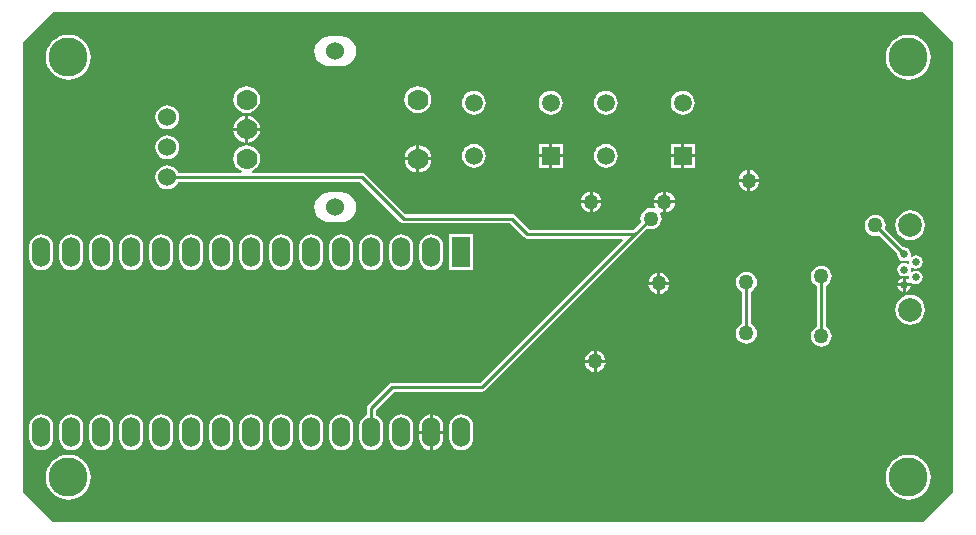
<source format=gbl>
G04 Layer_Physical_Order=2*
G04 Layer_Color=11436288*
%FSLAX25Y25*%
%MOIN*%
G70*
G01*
G75*
%ADD18C,0.01000*%
%ADD19C,0.07000*%
%ADD20C,0.06000*%
%ADD21C,0.05906*%
%ADD22R,0.05906X0.05906*%
%ADD23C,0.13000*%
%ADD24R,0.06000X0.10000*%
%ADD25O,0.06000X0.10000*%
%ADD26C,0.07874*%
%ADD27C,0.02500*%
%ADD28C,0.05000*%
G36*
X510000Y560000D02*
Y410000D01*
X500000Y400000D01*
X210000D01*
X200000Y410000D01*
Y560000D01*
X210000Y570000D01*
X500000D01*
X510000Y560000D01*
D02*
G37*
%LPC*%
G36*
X493100Y481277D02*
X492722Y481201D01*
X491978Y480704D01*
X491481Y479960D01*
X491405Y479582D01*
X493100D01*
Y481277D01*
D02*
G37*
G36*
X495795Y478582D02*
X494100D01*
Y476887D01*
X494478Y476962D01*
X495222Y477460D01*
X495719Y478204D01*
X495795Y478582D01*
D02*
G37*
G36*
X411358Y483106D02*
X410945Y483052D01*
X410093Y482699D01*
X409362Y482138D01*
X408801Y481407D01*
X408448Y480555D01*
X408394Y480142D01*
X411358D01*
Y483106D01*
D02*
G37*
G36*
X206000Y496009D02*
X204962Y495873D01*
X203995Y495472D01*
X203165Y494835D01*
X202528Y494005D01*
X202127Y493038D01*
X201991Y492000D01*
Y488000D01*
X202127Y486962D01*
X202528Y485995D01*
X203165Y485165D01*
X203995Y484528D01*
X204962Y484127D01*
X206000Y483991D01*
X207038Y484127D01*
X208005Y484528D01*
X208835Y485165D01*
X209472Y485995D01*
X209873Y486962D01*
X210009Y488000D01*
Y492000D01*
X209873Y493038D01*
X209472Y494005D01*
X208835Y494835D01*
X208005Y495472D01*
X207038Y495873D01*
X206000Y496009D01*
D02*
G37*
G36*
X412358Y483106D02*
Y480142D01*
X415323D01*
X415268Y480555D01*
X414915Y481407D01*
X414354Y482138D01*
X413623Y482699D01*
X412772Y483052D01*
X412358Y483106D01*
D02*
G37*
G36*
X493100Y478582D02*
X491405D01*
X491481Y478204D01*
X491978Y477460D01*
X492722Y476962D01*
X493100Y476887D01*
Y478582D01*
D02*
G37*
G36*
X441035Y483540D02*
X440128Y483421D01*
X439283Y483071D01*
X438557Y482514D01*
X438000Y481788D01*
X437650Y480943D01*
X437530Y480035D01*
X437650Y479128D01*
X438000Y478283D01*
X438557Y477557D01*
X439283Y477000D01*
X439532Y476897D01*
Y466138D01*
X439283Y466035D01*
X438557Y465478D01*
X438000Y464752D01*
X437650Y463907D01*
X437530Y463000D01*
X437650Y462093D01*
X438000Y461247D01*
X438557Y460522D01*
X439283Y459965D01*
X440128Y459614D01*
X441035Y459495D01*
X441943Y459614D01*
X442788Y459965D01*
X443514Y460522D01*
X444071Y461247D01*
X444421Y462093D01*
X444540Y463000D01*
X444421Y463907D01*
X444071Y464752D01*
X443514Y465478D01*
X442788Y466035D01*
X442539Y466138D01*
Y476897D01*
X442788Y477000D01*
X443514Y477557D01*
X444071Y478283D01*
X444421Y479128D01*
X444540Y480035D01*
X444421Y480943D01*
X444071Y481788D01*
X443514Y482514D01*
X442788Y483071D01*
X441943Y483421D01*
X441035Y483540D01*
D02*
G37*
G36*
X466000Y485505D02*
X465093Y485386D01*
X464248Y485035D01*
X463522Y484478D01*
X462965Y483752D01*
X462614Y482907D01*
X462495Y482000D01*
X462614Y481093D01*
X462965Y480247D01*
X463522Y479522D01*
X464248Y478965D01*
X464496Y478862D01*
Y465138D01*
X464248Y465035D01*
X463522Y464478D01*
X462965Y463753D01*
X462614Y462907D01*
X462495Y462000D01*
X462614Y461093D01*
X462965Y460248D01*
X463522Y459522D01*
X464248Y458965D01*
X465093Y458614D01*
X466000Y458495D01*
X466907Y458614D01*
X467753Y458965D01*
X468478Y459522D01*
X469035Y460248D01*
X469386Y461093D01*
X469505Y462000D01*
X469386Y462907D01*
X469035Y463753D01*
X468478Y464478D01*
X467753Y465035D01*
X467504Y465138D01*
Y478862D01*
X467753Y478965D01*
X468478Y479522D01*
X469035Y480247D01*
X469386Y481093D01*
X469505Y482000D01*
X469386Y482907D01*
X469035Y483752D01*
X468478Y484478D01*
X467753Y485035D01*
X466907Y485386D01*
X466000Y485505D01*
D02*
G37*
G36*
X495626Y475805D02*
X494344Y475636D01*
X493149Y475141D01*
X492123Y474354D01*
X491335Y473328D01*
X490840Y472133D01*
X490672Y470850D01*
X490840Y469568D01*
X491335Y468373D01*
X492123Y467347D01*
X493149Y466560D01*
X494344Y466065D01*
X495626Y465896D01*
X496908Y466065D01*
X498103Y466560D01*
X499129Y467347D01*
X499917Y468373D01*
X500412Y469568D01*
X500580Y470850D01*
X500412Y472133D01*
X499917Y473328D01*
X499129Y474354D01*
X498103Y475141D01*
X496908Y475636D01*
X495626Y475805D01*
D02*
G37*
G36*
X415323Y479142D02*
X412358D01*
Y476177D01*
X412772Y476232D01*
X413623Y476585D01*
X414354Y477146D01*
X414915Y477877D01*
X415268Y478728D01*
X415323Y479142D01*
D02*
G37*
G36*
X411358D02*
X408394D01*
X408448Y478728D01*
X408801Y477877D01*
X409362Y477146D01*
X410093Y476585D01*
X410945Y476232D01*
X411358Y476177D01*
Y479142D01*
D02*
G37*
G36*
X286000Y496009D02*
X284962Y495873D01*
X283995Y495472D01*
X283165Y494835D01*
X282528Y494005D01*
X282127Y493038D01*
X281991Y492000D01*
Y488000D01*
X282127Y486962D01*
X282528Y485995D01*
X283165Y485165D01*
X283995Y484528D01*
X284962Y484127D01*
X286000Y483991D01*
X287038Y484127D01*
X288005Y484528D01*
X288835Y485165D01*
X289472Y485995D01*
X289873Y486962D01*
X290009Y488000D01*
Y492000D01*
X289873Y493038D01*
X289472Y494005D01*
X288835Y494835D01*
X288005Y495472D01*
X287038Y495873D01*
X286000Y496009D01*
D02*
G37*
G36*
X276000D02*
X274962Y495873D01*
X273995Y495472D01*
X273165Y494835D01*
X272528Y494005D01*
X272127Y493038D01*
X271991Y492000D01*
Y488000D01*
X272127Y486962D01*
X272528Y485995D01*
X273165Y485165D01*
X273995Y484528D01*
X274962Y484127D01*
X276000Y483991D01*
X277038Y484127D01*
X278005Y484528D01*
X278835Y485165D01*
X279472Y485995D01*
X279873Y486962D01*
X280009Y488000D01*
Y492000D01*
X279873Y493038D01*
X279472Y494005D01*
X278835Y494835D01*
X278005Y495472D01*
X277038Y495873D01*
X276000Y496009D01*
D02*
G37*
G36*
X296000D02*
X294962Y495873D01*
X293995Y495472D01*
X293165Y494835D01*
X292528Y494005D01*
X292127Y493038D01*
X291991Y492000D01*
Y488000D01*
X292127Y486962D01*
X292528Y485995D01*
X293165Y485165D01*
X293995Y484528D01*
X294962Y484127D01*
X296000Y483991D01*
X297038Y484127D01*
X298005Y484528D01*
X298835Y485165D01*
X299472Y485995D01*
X299873Y486962D01*
X300009Y488000D01*
Y492000D01*
X299873Y493038D01*
X299472Y494005D01*
X298835Y494835D01*
X298005Y495472D01*
X297038Y495873D01*
X296000Y496009D01*
D02*
G37*
G36*
X316000D02*
X314962Y495873D01*
X313995Y495472D01*
X313165Y494835D01*
X312528Y494005D01*
X312127Y493038D01*
X311991Y492000D01*
Y488000D01*
X312127Y486962D01*
X312528Y485995D01*
X313165Y485165D01*
X313995Y484528D01*
X314962Y484127D01*
X316000Y483991D01*
X317038Y484127D01*
X318005Y484528D01*
X318835Y485165D01*
X319472Y485995D01*
X319873Y486962D01*
X320009Y488000D01*
Y492000D01*
X319873Y493038D01*
X319472Y494005D01*
X318835Y494835D01*
X318005Y495472D01*
X317038Y495873D01*
X316000Y496009D01*
D02*
G37*
G36*
X306000D02*
X304962Y495873D01*
X303995Y495472D01*
X303165Y494835D01*
X302528Y494005D01*
X302127Y493038D01*
X301991Y492000D01*
Y488000D01*
X302127Y486962D01*
X302528Y485995D01*
X303165Y485165D01*
X303995Y484528D01*
X304962Y484127D01*
X306000Y483991D01*
X307038Y484127D01*
X308005Y484528D01*
X308835Y485165D01*
X309472Y485995D01*
X309873Y486962D01*
X310009Y488000D01*
Y492000D01*
X309873Y493038D01*
X309472Y494005D01*
X308835Y494835D01*
X308005Y495472D01*
X307038Y495873D01*
X306000Y496009D01*
D02*
G37*
G36*
X266000D02*
X264962Y495873D01*
X263995Y495472D01*
X263165Y494835D01*
X262528Y494005D01*
X262127Y493038D01*
X261991Y492000D01*
Y488000D01*
X262127Y486962D01*
X262528Y485995D01*
X263165Y485165D01*
X263995Y484528D01*
X264962Y484127D01*
X266000Y483991D01*
X267038Y484127D01*
X268005Y484528D01*
X268835Y485165D01*
X269472Y485995D01*
X269873Y486962D01*
X270009Y488000D01*
Y492000D01*
X269873Y493038D01*
X269472Y494005D01*
X268835Y494835D01*
X268005Y495472D01*
X267038Y495873D01*
X266000Y496009D01*
D02*
G37*
G36*
X226000D02*
X224962Y495873D01*
X223995Y495472D01*
X223165Y494835D01*
X222528Y494005D01*
X222127Y493038D01*
X221991Y492000D01*
Y488000D01*
X222127Y486962D01*
X222528Y485995D01*
X223165Y485165D01*
X223995Y484528D01*
X224962Y484127D01*
X226000Y483991D01*
X227038Y484127D01*
X228005Y484528D01*
X228835Y485165D01*
X229472Y485995D01*
X229873Y486962D01*
X230009Y488000D01*
Y492000D01*
X229873Y493038D01*
X229472Y494005D01*
X228835Y494835D01*
X228005Y495472D01*
X227038Y495873D01*
X226000Y496009D01*
D02*
G37*
G36*
X216000D02*
X214962Y495873D01*
X213995Y495472D01*
X213165Y494835D01*
X212528Y494005D01*
X212127Y493038D01*
X211991Y492000D01*
Y488000D01*
X212127Y486962D01*
X212528Y485995D01*
X213165Y485165D01*
X213995Y484528D01*
X214962Y484127D01*
X216000Y483991D01*
X217038Y484127D01*
X218005Y484528D01*
X218835Y485165D01*
X219472Y485995D01*
X219873Y486962D01*
X220009Y488000D01*
Y492000D01*
X219873Y493038D01*
X219472Y494005D01*
X218835Y494835D01*
X218005Y495472D01*
X217038Y495873D01*
X216000Y496009D01*
D02*
G37*
G36*
X236000D02*
X234962Y495873D01*
X233995Y495472D01*
X233165Y494835D01*
X232528Y494005D01*
X232127Y493038D01*
X231991Y492000D01*
Y488000D01*
X232127Y486962D01*
X232528Y485995D01*
X233165Y485165D01*
X233995Y484528D01*
X234962Y484127D01*
X236000Y483991D01*
X237038Y484127D01*
X238005Y484528D01*
X238835Y485165D01*
X239472Y485995D01*
X239873Y486962D01*
X240009Y488000D01*
Y492000D01*
X239873Y493038D01*
X239472Y494005D01*
X238835Y494835D01*
X238005Y495472D01*
X237038Y495873D01*
X236000Y496009D01*
D02*
G37*
G36*
X256000D02*
X254962Y495873D01*
X253995Y495472D01*
X253165Y494835D01*
X252528Y494005D01*
X252127Y493038D01*
X251991Y492000D01*
Y488000D01*
X252127Y486962D01*
X252528Y485995D01*
X253165Y485165D01*
X253995Y484528D01*
X254962Y484127D01*
X256000Y483991D01*
X257038Y484127D01*
X258005Y484528D01*
X258835Y485165D01*
X259472Y485995D01*
X259873Y486962D01*
X260009Y488000D01*
Y492000D01*
X259873Y493038D01*
X259472Y494005D01*
X258835Y494835D01*
X258005Y495472D01*
X257038Y495873D01*
X256000Y496009D01*
D02*
G37*
G36*
X246000D02*
X244962Y495873D01*
X243995Y495472D01*
X243165Y494835D01*
X242528Y494005D01*
X242127Y493038D01*
X241991Y492000D01*
Y488000D01*
X242127Y486962D01*
X242528Y485995D01*
X243165Y485165D01*
X243995Y484528D01*
X244962Y484127D01*
X246000Y483991D01*
X247038Y484127D01*
X248005Y484528D01*
X248835Y485165D01*
X249472Y485995D01*
X249873Y486962D01*
X250009Y488000D01*
Y492000D01*
X249873Y493038D01*
X249472Y494005D01*
X248835Y494835D01*
X248005Y495472D01*
X247038Y495873D01*
X246000Y496009D01*
D02*
G37*
G36*
X391142Y457106D02*
Y454142D01*
X394106D01*
X394052Y454556D01*
X393699Y455407D01*
X393138Y456138D01*
X392407Y456699D01*
X391556Y457052D01*
X391142Y457106D01*
D02*
G37*
G36*
X256000Y436009D02*
X254962Y435873D01*
X253995Y435472D01*
X253165Y434835D01*
X252528Y434005D01*
X252127Y433038D01*
X251991Y432000D01*
Y428000D01*
X252127Y426962D01*
X252528Y425995D01*
X253165Y425165D01*
X253995Y424528D01*
X254962Y424127D01*
X256000Y423991D01*
X257038Y424127D01*
X258005Y424528D01*
X258835Y425165D01*
X259472Y425995D01*
X259873Y426962D01*
X260009Y428000D01*
Y432000D01*
X259873Y433038D01*
X259472Y434005D01*
X258835Y434835D01*
X258005Y435472D01*
X257038Y435873D01*
X256000Y436009D01*
D02*
G37*
G36*
X246000D02*
X244962Y435873D01*
X243995Y435472D01*
X243165Y434835D01*
X242528Y434005D01*
X242127Y433038D01*
X241991Y432000D01*
Y428000D01*
X242127Y426962D01*
X242528Y425995D01*
X243165Y425165D01*
X243995Y424528D01*
X244962Y424127D01*
X246000Y423991D01*
X247038Y424127D01*
X248005Y424528D01*
X248835Y425165D01*
X249472Y425995D01*
X249873Y426962D01*
X250009Y428000D01*
Y432000D01*
X249873Y433038D01*
X249472Y434005D01*
X248835Y434835D01*
X248005Y435472D01*
X247038Y435873D01*
X246000Y436009D01*
D02*
G37*
G36*
X266000D02*
X264962Y435873D01*
X263995Y435472D01*
X263165Y434835D01*
X262528Y434005D01*
X262127Y433038D01*
X261991Y432000D01*
Y428000D01*
X262127Y426962D01*
X262528Y425995D01*
X263165Y425165D01*
X263995Y424528D01*
X264962Y424127D01*
X266000Y423991D01*
X267038Y424127D01*
X268005Y424528D01*
X268835Y425165D01*
X269472Y425995D01*
X269873Y426962D01*
X270009Y428000D01*
Y432000D01*
X269873Y433038D01*
X269472Y434005D01*
X268835Y434835D01*
X268005Y435472D01*
X267038Y435873D01*
X266000Y436009D01*
D02*
G37*
G36*
X286000D02*
X284962Y435873D01*
X283995Y435472D01*
X283165Y434835D01*
X282528Y434005D01*
X282127Y433038D01*
X281991Y432000D01*
Y428000D01*
X282127Y426962D01*
X282528Y425995D01*
X283165Y425165D01*
X283995Y424528D01*
X284962Y424127D01*
X286000Y423991D01*
X287038Y424127D01*
X288005Y424528D01*
X288835Y425165D01*
X289472Y425995D01*
X289873Y426962D01*
X290009Y428000D01*
Y432000D01*
X289873Y433038D01*
X289472Y434005D01*
X288835Y434835D01*
X288005Y435472D01*
X287038Y435873D01*
X286000Y436009D01*
D02*
G37*
G36*
X276000D02*
X274962Y435873D01*
X273995Y435472D01*
X273165Y434835D01*
X272528Y434005D01*
X272127Y433038D01*
X271991Y432000D01*
Y428000D01*
X272127Y426962D01*
X272528Y425995D01*
X273165Y425165D01*
X273995Y424528D01*
X274962Y424127D01*
X276000Y423991D01*
X277038Y424127D01*
X278005Y424528D01*
X278835Y425165D01*
X279472Y425995D01*
X279873Y426962D01*
X280009Y428000D01*
Y432000D01*
X279873Y433038D01*
X279472Y434005D01*
X278835Y434835D01*
X278005Y435472D01*
X277038Y435873D01*
X276000Y436009D01*
D02*
G37*
G36*
X236000D02*
X234962Y435873D01*
X233995Y435472D01*
X233165Y434835D01*
X232528Y434005D01*
X232127Y433038D01*
X231991Y432000D01*
Y428000D01*
X232127Y426962D01*
X232528Y425995D01*
X233165Y425165D01*
X233995Y424528D01*
X234962Y424127D01*
X236000Y423991D01*
X237038Y424127D01*
X238005Y424528D01*
X238835Y425165D01*
X239472Y425995D01*
X239873Y426962D01*
X240009Y428000D01*
Y432000D01*
X239873Y433038D01*
X239472Y434005D01*
X238835Y434835D01*
X238005Y435472D01*
X237038Y435873D01*
X236000Y436009D01*
D02*
G37*
G36*
X495000Y422511D02*
X493535Y422367D01*
X492126Y421939D01*
X490827Y421245D01*
X489689Y420311D01*
X488755Y419173D01*
X488061Y417874D01*
X487633Y416465D01*
X487489Y415000D01*
X487633Y413535D01*
X488061Y412126D01*
X488755Y410827D01*
X489689Y409689D01*
X490827Y408755D01*
X492126Y408061D01*
X493535Y407633D01*
X495000Y407489D01*
X496465Y407633D01*
X497874Y408061D01*
X499173Y408755D01*
X500311Y409689D01*
X501245Y410827D01*
X501939Y412126D01*
X502367Y413535D01*
X502511Y415000D01*
X502367Y416465D01*
X501939Y417874D01*
X501245Y419173D01*
X500311Y420311D01*
X499173Y421245D01*
X497874Y421939D01*
X496465Y422367D01*
X495000Y422511D01*
D02*
G37*
G36*
X215000D02*
X213535Y422367D01*
X212126Y421939D01*
X210827Y421245D01*
X209689Y420311D01*
X208755Y419173D01*
X208061Y417874D01*
X207633Y416465D01*
X207489Y415000D01*
X207633Y413535D01*
X208061Y412126D01*
X208755Y410827D01*
X209689Y409689D01*
X210827Y408755D01*
X212126Y408061D01*
X213535Y407633D01*
X215000Y407489D01*
X216465Y407633D01*
X217874Y408061D01*
X219173Y408755D01*
X220311Y409689D01*
X221245Y410827D01*
X221939Y412126D01*
X222367Y413535D01*
X222511Y415000D01*
X222367Y416465D01*
X221939Y417874D01*
X221245Y419173D01*
X220311Y420311D01*
X219173Y421245D01*
X217874Y421939D01*
X216465Y422367D01*
X215000Y422511D01*
D02*
G37*
G36*
X206000Y436009D02*
X204962Y435873D01*
X203995Y435472D01*
X203165Y434835D01*
X202528Y434005D01*
X202127Y433038D01*
X201991Y432000D01*
Y428000D01*
X202127Y426962D01*
X202528Y425995D01*
X203165Y425165D01*
X203995Y424528D01*
X204962Y424127D01*
X206000Y423991D01*
X207038Y424127D01*
X208005Y424528D01*
X208835Y425165D01*
X209472Y425995D01*
X209873Y426962D01*
X210009Y428000D01*
Y432000D01*
X209873Y433038D01*
X209472Y434005D01*
X208835Y434835D01*
X208005Y435472D01*
X207038Y435873D01*
X206000Y436009D01*
D02*
G37*
G36*
X226000D02*
X224962Y435873D01*
X223995Y435472D01*
X223165Y434835D01*
X222528Y434005D01*
X222127Y433038D01*
X221991Y432000D01*
Y428000D01*
X222127Y426962D01*
X222528Y425995D01*
X223165Y425165D01*
X223995Y424528D01*
X224962Y424127D01*
X226000Y423991D01*
X227038Y424127D01*
X228005Y424528D01*
X228835Y425165D01*
X229472Y425995D01*
X229873Y426962D01*
X230009Y428000D01*
Y432000D01*
X229873Y433038D01*
X229472Y434005D01*
X228835Y434835D01*
X228005Y435472D01*
X227038Y435873D01*
X226000Y436009D01*
D02*
G37*
G36*
X216000D02*
X214962Y435873D01*
X213995Y435472D01*
X213165Y434835D01*
X212528Y434005D01*
X212127Y433038D01*
X211991Y432000D01*
Y428000D01*
X212127Y426962D01*
X212528Y425995D01*
X213165Y425165D01*
X213995Y424528D01*
X214962Y424127D01*
X216000Y423991D01*
X217038Y424127D01*
X218005Y424528D01*
X218835Y425165D01*
X219472Y425995D01*
X219873Y426962D01*
X220009Y428000D01*
Y432000D01*
X219873Y433038D01*
X219472Y434005D01*
X218835Y434835D01*
X218005Y435472D01*
X217038Y435873D01*
X216000Y436009D01*
D02*
G37*
G36*
X336500Y435969D02*
Y430500D01*
X340035D01*
Y432000D01*
X339897Y433044D01*
X339494Y434017D01*
X338853Y434853D01*
X338017Y435494D01*
X337044Y435897D01*
X336500Y435969D01*
D02*
G37*
G36*
X335500D02*
X334956Y435897D01*
X333983Y435494D01*
X333147Y434853D01*
X332506Y434017D01*
X332103Y433044D01*
X331965Y432000D01*
Y430500D01*
X335500D01*
Y435969D01*
D02*
G37*
G36*
X390142Y453142D02*
X387177D01*
X387232Y452728D01*
X387585Y451877D01*
X388146Y451146D01*
X388877Y450585D01*
X389728Y450232D01*
X390142Y450177D01*
Y453142D01*
D02*
G37*
G36*
Y457106D02*
X389728Y457052D01*
X388877Y456699D01*
X388146Y456138D01*
X387585Y455407D01*
X387232Y454556D01*
X387177Y454142D01*
X390142D01*
Y457106D01*
D02*
G37*
G36*
X394106Y453142D02*
X391142D01*
Y450177D01*
X391556Y450232D01*
X392407Y450585D01*
X393138Y451146D01*
X393699Y451877D01*
X394052Y452728D01*
X394106Y453142D01*
D02*
G37*
G36*
X340035Y429500D02*
X336500D01*
Y424031D01*
X337044Y424103D01*
X338017Y424506D01*
X338853Y425147D01*
X339494Y425983D01*
X339897Y426956D01*
X340035Y428000D01*
Y429500D01*
D02*
G37*
G36*
X306000Y436009D02*
X304962Y435873D01*
X303995Y435472D01*
X303165Y434835D01*
X302528Y434005D01*
X302127Y433038D01*
X301991Y432000D01*
Y428000D01*
X302127Y426962D01*
X302528Y425995D01*
X303165Y425165D01*
X303995Y424528D01*
X304962Y424127D01*
X306000Y423991D01*
X307038Y424127D01*
X308005Y424528D01*
X308835Y425165D01*
X309472Y425995D01*
X309873Y426962D01*
X310009Y428000D01*
Y432000D01*
X309873Y433038D01*
X309472Y434005D01*
X308835Y434835D01*
X308005Y435472D01*
X307038Y435873D01*
X306000Y436009D01*
D02*
G37*
G36*
X296000D02*
X294962Y435873D01*
X293995Y435472D01*
X293165Y434835D01*
X292528Y434005D01*
X292127Y433038D01*
X291991Y432000D01*
Y428000D01*
X292127Y426962D01*
X292528Y425995D01*
X293165Y425165D01*
X293995Y424528D01*
X294962Y424127D01*
X296000Y423991D01*
X297038Y424127D01*
X298005Y424528D01*
X298835Y425165D01*
X299472Y425995D01*
X299873Y426962D01*
X300009Y428000D01*
Y432000D01*
X299873Y433038D01*
X299472Y434005D01*
X298835Y434835D01*
X298005Y435472D01*
X297038Y435873D01*
X296000Y436009D01*
D02*
G37*
G36*
X326000D02*
X324962Y435873D01*
X323995Y435472D01*
X323165Y434835D01*
X322528Y434005D01*
X322127Y433038D01*
X321991Y432000D01*
Y428000D01*
X322127Y426962D01*
X322528Y425995D01*
X323165Y425165D01*
X323995Y424528D01*
X324962Y424127D01*
X326000Y423991D01*
X327038Y424127D01*
X328005Y424528D01*
X328835Y425165D01*
X329472Y425995D01*
X329873Y426962D01*
X330009Y428000D01*
Y432000D01*
X329873Y433038D01*
X329472Y434005D01*
X328835Y434835D01*
X328005Y435472D01*
X327038Y435873D01*
X326000Y436009D01*
D02*
G37*
G36*
X335500Y429500D02*
X331965D01*
Y428000D01*
X332103Y426956D01*
X332506Y425983D01*
X333147Y425147D01*
X333983Y424506D01*
X334956Y424103D01*
X335500Y424031D01*
Y429500D01*
D02*
G37*
G36*
X346000Y436009D02*
X344962Y435873D01*
X343995Y435472D01*
X343165Y434835D01*
X342528Y434005D01*
X342127Y433038D01*
X341991Y432000D01*
Y428000D01*
X342127Y426962D01*
X342528Y425995D01*
X343165Y425165D01*
X343995Y424528D01*
X344962Y424127D01*
X346000Y423991D01*
X347038Y424127D01*
X348005Y424528D01*
X348835Y425165D01*
X349472Y425995D01*
X349873Y426962D01*
X350009Y428000D01*
Y432000D01*
X349873Y433038D01*
X349472Y434005D01*
X348835Y434835D01*
X348005Y435472D01*
X347038Y435873D01*
X346000Y436009D01*
D02*
G37*
G36*
X326000Y496009D02*
X324962Y495873D01*
X323995Y495472D01*
X323165Y494835D01*
X322528Y494005D01*
X322127Y493038D01*
X321991Y492000D01*
Y488000D01*
X322127Y486962D01*
X322528Y485995D01*
X323165Y485165D01*
X323995Y484528D01*
X324962Y484127D01*
X326000Y483991D01*
X327038Y484127D01*
X328005Y484528D01*
X328835Y485165D01*
X329472Y485995D01*
X329873Y486962D01*
X330009Y488000D01*
Y492000D01*
X329873Y493038D01*
X329472Y494005D01*
X328835Y494835D01*
X328005Y495472D01*
X327038Y495873D01*
X326000Y496009D01*
D02*
G37*
G36*
X375295Y526094D02*
X371843D01*
Y522642D01*
X375295D01*
Y526094D01*
D02*
G37*
G36*
X423748Y526094D02*
X420295D01*
Y522642D01*
X423748D01*
Y526094D01*
D02*
G37*
G36*
X379748Y526094D02*
X376295D01*
Y522642D01*
X379748D01*
Y526094D01*
D02*
G37*
G36*
X278945Y530500D02*
X274972D01*
Y526527D01*
X275647Y526616D01*
X276742Y527069D01*
X277682Y527791D01*
X278403Y528731D01*
X278857Y529825D01*
X278945Y530500D01*
D02*
G37*
G36*
X273972D02*
X269999D01*
X270088Y529825D01*
X270542Y528731D01*
X271263Y527791D01*
X272203Y527069D01*
X273298Y526616D01*
X273972Y526527D01*
Y530500D01*
D02*
G37*
G36*
X419295Y526094D02*
X415842D01*
Y522642D01*
X419295D01*
Y526094D01*
D02*
G37*
G36*
X379748Y521642D02*
X376295D01*
Y518189D01*
X379748D01*
Y521642D01*
D02*
G37*
G36*
X375295D02*
X371843D01*
Y518189D01*
X375295D01*
Y521642D01*
D02*
G37*
G36*
X248000Y529009D02*
X246962Y528873D01*
X245995Y528472D01*
X245165Y527835D01*
X244528Y527005D01*
X244127Y526038D01*
X243991Y525000D01*
X244127Y523962D01*
X244528Y522995D01*
X245165Y522165D01*
X245995Y521528D01*
X246962Y521127D01*
X248000Y520991D01*
X249038Y521127D01*
X250005Y521528D01*
X250835Y522165D01*
X251472Y522995D01*
X251873Y523962D01*
X252009Y525000D01*
X251873Y526038D01*
X251472Y527005D01*
X250835Y527835D01*
X250005Y528472D01*
X249038Y528873D01*
X248000Y529009D01*
D02*
G37*
G36*
X332059Y525631D02*
Y521658D01*
X336032D01*
X335943Y522332D01*
X335490Y523427D01*
X334769Y524367D01*
X333828Y525088D01*
X332734Y525542D01*
X332059Y525631D01*
D02*
G37*
G36*
X331059D02*
X330384Y525542D01*
X329290Y525088D01*
X328350Y524367D01*
X327628Y523427D01*
X327175Y522332D01*
X327086Y521658D01*
X331059D01*
Y525631D01*
D02*
G37*
G36*
X248000Y539009D02*
X246962Y538873D01*
X245995Y538472D01*
X245165Y537835D01*
X244528Y537005D01*
X244127Y536038D01*
X243991Y535000D01*
X244127Y533962D01*
X244528Y532995D01*
X245165Y532165D01*
X245995Y531528D01*
X246962Y531127D01*
X248000Y530991D01*
X249038Y531127D01*
X250005Y531528D01*
X250835Y532165D01*
X251472Y532995D01*
X251873Y533962D01*
X252009Y535000D01*
X251873Y536038D01*
X251472Y537005D01*
X250835Y537835D01*
X250005Y538472D01*
X249038Y538873D01*
X248000Y539009D01*
D02*
G37*
G36*
X331559Y545356D02*
X330391Y545202D01*
X329302Y544751D01*
X328367Y544034D01*
X327650Y543099D01*
X327199Y542011D01*
X327045Y540842D01*
X327199Y539674D01*
X327650Y538586D01*
X328367Y537651D01*
X329302Y536934D01*
X330391Y536483D01*
X331559Y536329D01*
X332727Y536483D01*
X333816Y536934D01*
X334751Y537651D01*
X335468Y538586D01*
X335919Y539674D01*
X336073Y540842D01*
X335919Y542011D01*
X335468Y543099D01*
X334751Y544034D01*
X333816Y544751D01*
X332727Y545202D01*
X331559Y545356D01*
D02*
G37*
G36*
X274472D02*
X273304Y545202D01*
X272216Y544751D01*
X271281Y544034D01*
X270564Y543099D01*
X270113Y542011D01*
X269959Y540842D01*
X270113Y539674D01*
X270564Y538586D01*
X271281Y537651D01*
X272216Y536934D01*
X273304Y536483D01*
X274472Y536329D01*
X275641Y536483D01*
X276729Y536934D01*
X277664Y537651D01*
X278381Y538586D01*
X278832Y539674D01*
X278986Y540842D01*
X278832Y542011D01*
X278381Y543099D01*
X277664Y544034D01*
X276729Y544751D01*
X275641Y545202D01*
X274472Y545356D01*
D02*
G37*
G36*
X215000Y562511D02*
X213535Y562367D01*
X212126Y561939D01*
X210827Y561245D01*
X209689Y560311D01*
X208755Y559173D01*
X208061Y557874D01*
X207633Y556465D01*
X207489Y555000D01*
X207633Y553535D01*
X208061Y552126D01*
X208755Y550827D01*
X209689Y549689D01*
X210827Y548755D01*
X212126Y548061D01*
X213535Y547633D01*
X215000Y547489D01*
X216465Y547633D01*
X217874Y548061D01*
X219173Y548755D01*
X220311Y549689D01*
X221245Y550827D01*
X221939Y552126D01*
X222367Y553535D01*
X222511Y555000D01*
X222367Y556465D01*
X221939Y557874D01*
X221245Y559173D01*
X220311Y560311D01*
X219173Y561245D01*
X217874Y561939D01*
X216465Y562367D01*
X215000Y562511D01*
D02*
G37*
G36*
X305968Y561939D02*
X302031D01*
X300749Y561770D01*
X299554Y561275D01*
X298528Y560488D01*
X297741Y559461D01*
X297246Y558266D01*
X297077Y556984D01*
X297246Y555702D01*
X297741Y554507D01*
X298528Y553481D01*
X299554Y552694D01*
X300749Y552199D01*
X302031Y552030D01*
X305968D01*
X307251Y552199D01*
X308446Y552694D01*
X309472Y553481D01*
X310259Y554507D01*
X310754Y555702D01*
X310923Y556984D01*
X310754Y558266D01*
X310259Y559461D01*
X309472Y560488D01*
X308446Y561275D01*
X307251Y561770D01*
X305968Y561939D01*
D02*
G37*
G36*
X495000Y562511D02*
X493535Y562367D01*
X492126Y561939D01*
X490827Y561245D01*
X489689Y560311D01*
X488755Y559173D01*
X488061Y557874D01*
X487633Y556465D01*
X487489Y555000D01*
X487633Y553535D01*
X488061Y552126D01*
X488755Y550827D01*
X489689Y549689D01*
X490827Y548755D01*
X492126Y548061D01*
X493535Y547633D01*
X495000Y547489D01*
X496465Y547633D01*
X497874Y548061D01*
X499173Y548755D01*
X500311Y549689D01*
X501245Y550827D01*
X501939Y552126D01*
X502367Y553535D01*
X502511Y555000D01*
X502367Y556465D01*
X501939Y557874D01*
X501245Y559173D01*
X500311Y560311D01*
X499173Y561245D01*
X497874Y561939D01*
X496465Y562367D01*
X495000Y562511D01*
D02*
G37*
G36*
X419795Y543820D02*
X418770Y543685D01*
X417814Y543289D01*
X416994Y542660D01*
X416364Y541839D01*
X415969Y540884D01*
X415834Y539858D01*
X415969Y538833D01*
X416364Y537878D01*
X416994Y537057D01*
X417814Y536427D01*
X418770Y536032D01*
X419795Y535897D01*
X420821Y536032D01*
X421776Y536427D01*
X422597Y537057D01*
X423226Y537878D01*
X423622Y538833D01*
X423757Y539858D01*
X423622Y540884D01*
X423226Y541839D01*
X422597Y542660D01*
X421776Y543289D01*
X420821Y543685D01*
X419795Y543820D01*
D02*
G37*
G36*
X274972Y535473D02*
Y531500D01*
X278945D01*
X278857Y532175D01*
X278403Y533269D01*
X277682Y534209D01*
X276742Y534931D01*
X275647Y535384D01*
X274972Y535473D01*
D02*
G37*
G36*
X273972D02*
X273298Y535384D01*
X272203Y534931D01*
X271263Y534209D01*
X270542Y533269D01*
X270088Y532175D01*
X269999Y531500D01*
X273972D01*
Y535473D01*
D02*
G37*
G36*
X350205Y543820D02*
X349179Y543685D01*
X348224Y543289D01*
X347404Y542660D01*
X346774Y541839D01*
X346378Y540884D01*
X346243Y539858D01*
X346378Y538833D01*
X346774Y537877D01*
X347404Y537057D01*
X348224Y536427D01*
X349179Y536031D01*
X350205Y535897D01*
X351230Y536031D01*
X352186Y536427D01*
X353006Y537057D01*
X353636Y537877D01*
X354031Y538833D01*
X354166Y539858D01*
X354031Y540884D01*
X353636Y541839D01*
X353006Y542660D01*
X352186Y543289D01*
X351230Y543685D01*
X350205Y543820D01*
D02*
G37*
G36*
X394205Y543820D02*
X393179Y543685D01*
X392224Y543289D01*
X391403Y542660D01*
X390774Y541839D01*
X390378Y540884D01*
X390243Y539858D01*
X390378Y538833D01*
X390774Y537878D01*
X391403Y537057D01*
X392224Y536427D01*
X393179Y536032D01*
X394205Y535897D01*
X395230Y536032D01*
X396185Y536427D01*
X397006Y537057D01*
X397636Y537878D01*
X398031Y538833D01*
X398166Y539858D01*
X398031Y540884D01*
X397636Y541839D01*
X397006Y542660D01*
X396185Y543289D01*
X395230Y543685D01*
X394205Y543820D01*
D02*
G37*
G36*
X375795Y543820D02*
X374770Y543685D01*
X373815Y543289D01*
X372994Y542660D01*
X372364Y541839D01*
X371969Y540884D01*
X371834Y539858D01*
X371969Y538833D01*
X372364Y537877D01*
X372994Y537057D01*
X373815Y536427D01*
X374770Y536031D01*
X375795Y535897D01*
X376821Y536031D01*
X377776Y536427D01*
X378597Y537057D01*
X379226Y537877D01*
X379622Y538833D01*
X379757Y539858D01*
X379622Y540884D01*
X379226Y541839D01*
X378597Y542660D01*
X377776Y543289D01*
X376821Y543685D01*
X375795Y543820D01*
D02*
G37*
G36*
X417208Y506256D02*
X414244D01*
Y503292D01*
X414658Y503346D01*
X415509Y503699D01*
X416240Y504260D01*
X416801Y504991D01*
X417154Y505842D01*
X417208Y506256D01*
D02*
G37*
G36*
X392720D02*
X389756D01*
Y503292D01*
X390170Y503346D01*
X391021Y503699D01*
X391752Y504260D01*
X392313Y504991D01*
X392666Y505842D01*
X392720Y506256D01*
D02*
G37*
G36*
X388756Y510220D02*
X388342Y510166D01*
X387491Y509813D01*
X386760Y509252D01*
X386199Y508521D01*
X385846Y507670D01*
X385792Y507256D01*
X388756D01*
Y510220D01*
D02*
G37*
G36*
X413244D02*
X412830Y510166D01*
X411979Y509813D01*
X411248Y509252D01*
X410687Y508521D01*
X410334Y507670D01*
X410280Y507256D01*
X413244D01*
Y510220D01*
D02*
G37*
G36*
X389756D02*
Y507256D01*
X392720D01*
X392666Y507670D01*
X392313Y508521D01*
X391752Y509252D01*
X391021Y509813D01*
X390170Y510166D01*
X389756Y510220D01*
D02*
G37*
G36*
X388756Y506256D02*
X385792D01*
X385846Y505842D01*
X386199Y504991D01*
X386760Y504260D01*
X387491Y503699D01*
X388342Y503346D01*
X388756Y503292D01*
Y506256D01*
D02*
G37*
G36*
X349975Y495975D02*
X342025D01*
Y484025D01*
X349975D01*
Y495975D01*
D02*
G37*
G36*
X336000Y496009D02*
X334962Y495873D01*
X333995Y495472D01*
X333165Y494835D01*
X332528Y494005D01*
X332127Y493038D01*
X331991Y492000D01*
Y488000D01*
X332127Y486962D01*
X332528Y485995D01*
X333165Y485165D01*
X333995Y484528D01*
X334962Y484127D01*
X336000Y483991D01*
X337038Y484127D01*
X338005Y484528D01*
X338835Y485165D01*
X339472Y485995D01*
X339873Y486962D01*
X340009Y488000D01*
Y492000D01*
X339873Y493038D01*
X339472Y494005D01*
X338835Y494835D01*
X338005Y495472D01*
X337038Y495873D01*
X336000Y496009D01*
D02*
G37*
G36*
X484000Y502423D02*
X483093Y502304D01*
X482247Y501954D01*
X481522Y501397D01*
X480965Y500671D01*
X480614Y499825D01*
X480495Y498918D01*
X480614Y498011D01*
X480965Y497166D01*
X481522Y496440D01*
X482247Y495883D01*
X483093Y495533D01*
X484000Y495413D01*
X484907Y495533D01*
X485156Y495636D01*
X491355Y489436D01*
X491331Y489318D01*
X491504Y488450D01*
X491996Y487714D01*
X492732Y487222D01*
X493600Y487049D01*
X494468Y487222D01*
X494909Y487517D01*
X495359Y487216D01*
X495268Y486759D01*
X495359Y486302D01*
X494909Y486001D01*
X494468Y486296D01*
X493600Y486469D01*
X492732Y486296D01*
X491996Y485804D01*
X491504Y485068D01*
X491331Y484200D01*
X491504Y483332D01*
X491996Y482596D01*
X492732Y482104D01*
X493600Y481931D01*
X494468Y482104D01*
X494909Y482399D01*
X495359Y482098D01*
X495268Y481641D01*
X495353Y481218D01*
X494903Y480918D01*
X494478Y481201D01*
X494100Y481277D01*
Y479582D01*
X495900D01*
X496257Y479820D01*
X496669Y479545D01*
X497537Y479372D01*
X498405Y479545D01*
X499141Y480037D01*
X499633Y480773D01*
X499806Y481641D01*
X499633Y482509D01*
X499141Y483245D01*
X498405Y483737D01*
X497537Y483910D01*
X496669Y483737D01*
X496228Y483442D01*
X495778Y483743D01*
X495869Y484200D01*
X495778Y484657D01*
X496228Y484958D01*
X496669Y484663D01*
X497537Y484490D01*
X498405Y484663D01*
X499141Y485155D01*
X499633Y485891D01*
X499806Y486759D01*
X499633Y487627D01*
X499141Y488363D01*
X498405Y488855D01*
X497537Y489028D01*
X496669Y488855D01*
X496228Y488560D01*
X495778Y488861D01*
X495869Y489318D01*
X495696Y490186D01*
X495204Y490922D01*
X494468Y491414D01*
X493600Y491587D01*
X493482Y491563D01*
X487283Y497762D01*
X487386Y498011D01*
X487505Y498918D01*
X487386Y499825D01*
X487035Y500671D01*
X486478Y501397D01*
X485752Y501954D01*
X484907Y502304D01*
X484000Y502423D01*
D02*
G37*
G36*
X305968Y509970D02*
X302031D01*
X300749Y509801D01*
X299554Y509306D01*
X298528Y508519D01*
X297741Y507493D01*
X297246Y506298D01*
X297077Y505016D01*
X297246Y503733D01*
X297741Y502539D01*
X298528Y501512D01*
X299554Y500725D01*
X300749Y500230D01*
X302031Y500061D01*
X305968D01*
X307251Y500230D01*
X308446Y500725D01*
X309472Y501512D01*
X310259Y502539D01*
X310754Y503733D01*
X310923Y505016D01*
X310754Y506298D01*
X310259Y507493D01*
X309472Y508519D01*
X308446Y509306D01*
X307251Y509801D01*
X305968Y509970D01*
D02*
G37*
G36*
X495626Y503954D02*
X494344Y503786D01*
X493149Y503291D01*
X492123Y502503D01*
X491335Y501477D01*
X490840Y500282D01*
X490672Y499000D01*
X490840Y497718D01*
X491335Y496523D01*
X492123Y495497D01*
X493149Y494709D01*
X494344Y494214D01*
X495626Y494046D01*
X496908Y494214D01*
X498103Y494709D01*
X499129Y495497D01*
X499917Y496523D01*
X500412Y497718D01*
X500580Y499000D01*
X500412Y500282D01*
X499917Y501477D01*
X499129Y502503D01*
X498103Y503291D01*
X496908Y503786D01*
X495626Y503954D01*
D02*
G37*
G36*
X414244Y510220D02*
Y507256D01*
X417208D01*
X417154Y507670D01*
X416801Y508521D01*
X416240Y509252D01*
X415509Y509813D01*
X414658Y510166D01*
X414244Y510220D01*
D02*
G37*
G36*
X394205Y526103D02*
X393179Y525968D01*
X392224Y525573D01*
X391403Y524943D01*
X390774Y524122D01*
X390378Y523167D01*
X390243Y522142D01*
X390378Y521116D01*
X390774Y520161D01*
X391403Y519340D01*
X392224Y518711D01*
X393179Y518315D01*
X394205Y518180D01*
X395230Y518315D01*
X396185Y518711D01*
X397006Y519340D01*
X397636Y520161D01*
X398031Y521116D01*
X398166Y522142D01*
X398031Y523167D01*
X397636Y524122D01*
X397006Y524943D01*
X396185Y525573D01*
X395230Y525968D01*
X394205Y526103D01*
D02*
G37*
G36*
X336032Y520657D02*
X332059D01*
Y516684D01*
X332734Y516773D01*
X333828Y517227D01*
X334769Y517948D01*
X335490Y518888D01*
X335943Y519983D01*
X336032Y520657D01*
D02*
G37*
G36*
X350205Y526103D02*
X349179Y525969D01*
X348224Y525573D01*
X347404Y524943D01*
X346774Y524123D01*
X346378Y523167D01*
X346243Y522142D01*
X346378Y521116D01*
X346774Y520161D01*
X347404Y519341D01*
X348224Y518711D01*
X349179Y518315D01*
X350205Y518180D01*
X351230Y518315D01*
X352186Y518711D01*
X353006Y519341D01*
X353636Y520161D01*
X354031Y521116D01*
X354166Y522142D01*
X354031Y523167D01*
X353636Y524123D01*
X353006Y524943D01*
X352186Y525573D01*
X351230Y525969D01*
X350205Y526103D01*
D02*
G37*
G36*
X423748Y521642D02*
X420295D01*
Y518189D01*
X423748D01*
Y521642D01*
D02*
G37*
G36*
X419295D02*
X415842D01*
Y518189D01*
X419295D01*
Y521642D01*
D02*
G37*
G36*
X331059Y520657D02*
X327086D01*
X327175Y519983D01*
X327628Y518888D01*
X328350Y517948D01*
X329290Y517227D01*
X330384Y516773D01*
X331059Y516684D01*
Y520657D01*
D02*
G37*
G36*
X445370Y513406D02*
X442406D01*
Y510441D01*
X442819Y510496D01*
X443671Y510848D01*
X444402Y511409D01*
X444963Y512141D01*
X445316Y512992D01*
X445370Y513406D01*
D02*
G37*
G36*
X441406D02*
X438441D01*
X438496Y512992D01*
X438848Y512141D01*
X439409Y511409D01*
X440140Y510848D01*
X440992Y510496D01*
X441406Y510441D01*
Y513406D01*
D02*
G37*
G36*
Y517370D02*
X440992Y517315D01*
X440140Y516963D01*
X439409Y516402D01*
X438848Y515671D01*
X438496Y514819D01*
X438441Y514406D01*
X441406D01*
Y517370D01*
D02*
G37*
G36*
X274472Y525671D02*
X273304Y525517D01*
X272216Y525066D01*
X271281Y524349D01*
X270564Y523414D01*
X270113Y522326D01*
X269959Y521158D01*
X270113Y519989D01*
X270564Y518901D01*
X271281Y517966D01*
X272216Y517249D01*
X272806Y517004D01*
X272707Y516504D01*
X251680D01*
X251472Y517005D01*
X250835Y517835D01*
X250005Y518472D01*
X249038Y518873D01*
X248000Y519009D01*
X246962Y518873D01*
X245995Y518472D01*
X245165Y517835D01*
X244528Y517005D01*
X244127Y516038D01*
X243991Y515000D01*
X244127Y513962D01*
X244528Y512995D01*
X245165Y512165D01*
X245995Y511528D01*
X246962Y511127D01*
X248000Y510991D01*
X249038Y511127D01*
X250005Y511528D01*
X250835Y512165D01*
X251472Y512995D01*
X251680Y513496D01*
X312377D01*
X325693Y500181D01*
X326181Y499855D01*
X326756Y499740D01*
X362133D01*
X366937Y494937D01*
X367425Y494611D01*
X368000Y494496D01*
X368000Y494496D01*
X399716D01*
X399907Y494034D01*
X352377Y446504D01*
X323000D01*
X322425Y446389D01*
X321937Y446063D01*
X321937Y446063D01*
X314937Y439063D01*
X314611Y438576D01*
X314496Y438000D01*
Y435680D01*
X313995Y435472D01*
X313165Y434835D01*
X312528Y434005D01*
X312127Y433038D01*
X311991Y432000D01*
Y428000D01*
X312127Y426962D01*
X312528Y425995D01*
X313165Y425165D01*
X313995Y424528D01*
X314962Y424127D01*
X316000Y423991D01*
X317038Y424127D01*
X318005Y424528D01*
X318835Y425165D01*
X319472Y425995D01*
X319873Y426962D01*
X320009Y428000D01*
Y432000D01*
X319873Y433038D01*
X319472Y434005D01*
X318835Y434835D01*
X318005Y435472D01*
X317504Y435680D01*
Y437377D01*
X323623Y443496D01*
X353000D01*
X353575Y443611D01*
X354063Y443937D01*
X405063Y494937D01*
X408088Y497961D01*
X408337Y497858D01*
X409244Y497739D01*
X410151Y497858D01*
X410996Y498209D01*
X411722Y498766D01*
X412279Y499492D01*
X412630Y500337D01*
X412749Y501244D01*
X412630Y502151D01*
X412279Y502996D01*
X412238Y503050D01*
X412553Y503461D01*
X412830Y503346D01*
X413244Y503292D01*
Y506256D01*
X410280D01*
X410334Y505842D01*
X410687Y504991D01*
X410734Y504929D01*
X410419Y504519D01*
X410151Y504630D01*
X409244Y504749D01*
X408337Y504630D01*
X407491Y504279D01*
X406766Y503722D01*
X406209Y502996D01*
X405858Y502151D01*
X405739Y501244D01*
X405858Y500337D01*
X405961Y500088D01*
X403377Y497504D01*
X368623D01*
X363819Y502307D01*
X363332Y502633D01*
X362756Y502748D01*
X327379D01*
X314063Y516063D01*
X313576Y516389D01*
X313000Y516504D01*
X276238D01*
X276138Y517004D01*
X276729Y517249D01*
X277664Y517966D01*
X278381Y518901D01*
X278832Y519989D01*
X278986Y521158D01*
X278832Y522326D01*
X278381Y523414D01*
X277664Y524349D01*
X276729Y525066D01*
X275641Y525517D01*
X274472Y525671D01*
D02*
G37*
G36*
X442406Y517370D02*
Y514406D01*
X445370D01*
X445316Y514819D01*
X444963Y515671D01*
X444402Y516402D01*
X443671Y516963D01*
X442819Y517315D01*
X442406Y517370D01*
D02*
G37*
%LPD*%
D18*
X484000Y498918D02*
X493600Y489318D01*
X441035Y463000D02*
Y480035D01*
X404000Y496000D02*
X409244Y501244D01*
X368000Y496000D02*
X404000D01*
X362756Y501244D02*
X368000Y496000D01*
X326756Y501244D02*
X362756D01*
X316000Y430000D02*
Y438000D01*
X323000Y445000D01*
X353000D01*
X466000Y462000D02*
Y482000D01*
X353000Y445000D02*
X404000Y496000D01*
X248000Y515000D02*
X313000D01*
X326756Y501244D01*
D19*
X274472Y540842D02*
D03*
Y531000D02*
D03*
Y521158D02*
D03*
X331559Y540842D02*
D03*
Y521158D02*
D03*
D20*
X304000Y556984D02*
D03*
Y505016D02*
D03*
X248000Y525000D02*
D03*
Y515000D02*
D03*
Y535000D02*
D03*
D21*
X375795Y539858D02*
D03*
X350205D02*
D03*
Y522142D02*
D03*
X419795Y539858D02*
D03*
X394205D02*
D03*
Y522142D02*
D03*
D22*
X375795Y522142D02*
D03*
X419795Y522142D02*
D03*
D23*
X215000Y555000D02*
D03*
Y415000D02*
D03*
X495000D02*
D03*
Y555000D02*
D03*
D24*
X346000Y490000D02*
D03*
D25*
X336000D02*
D03*
X326000D02*
D03*
X346000Y430000D02*
D03*
X316000Y490000D02*
D03*
X306000D02*
D03*
X296000D02*
D03*
X286000D02*
D03*
X276000D02*
D03*
X266000D02*
D03*
X256000D02*
D03*
X246000D02*
D03*
X236000D02*
D03*
X226000D02*
D03*
X216000D02*
D03*
X206000D02*
D03*
Y430000D02*
D03*
X216000D02*
D03*
X226000D02*
D03*
X236000D02*
D03*
X246000D02*
D03*
X256000D02*
D03*
X266000D02*
D03*
X276000D02*
D03*
X286000D02*
D03*
X296000D02*
D03*
X306000D02*
D03*
X316000D02*
D03*
X326000D02*
D03*
X336000D02*
D03*
D26*
X495626Y499000D02*
D03*
Y470850D02*
D03*
D27*
X493600Y484200D02*
D03*
Y479082D02*
D03*
Y489318D02*
D03*
X497537Y481641D02*
D03*
Y486759D02*
D03*
D28*
X484000Y498918D02*
D03*
X441035Y480035D02*
D03*
Y463000D02*
D03*
X409244Y501244D02*
D03*
X390642Y453642D02*
D03*
X411858Y479642D02*
D03*
X413744Y506756D02*
D03*
X441906Y513906D02*
D03*
X389256Y506756D02*
D03*
X466000Y462000D02*
D03*
Y482000D02*
D03*
M02*

</source>
